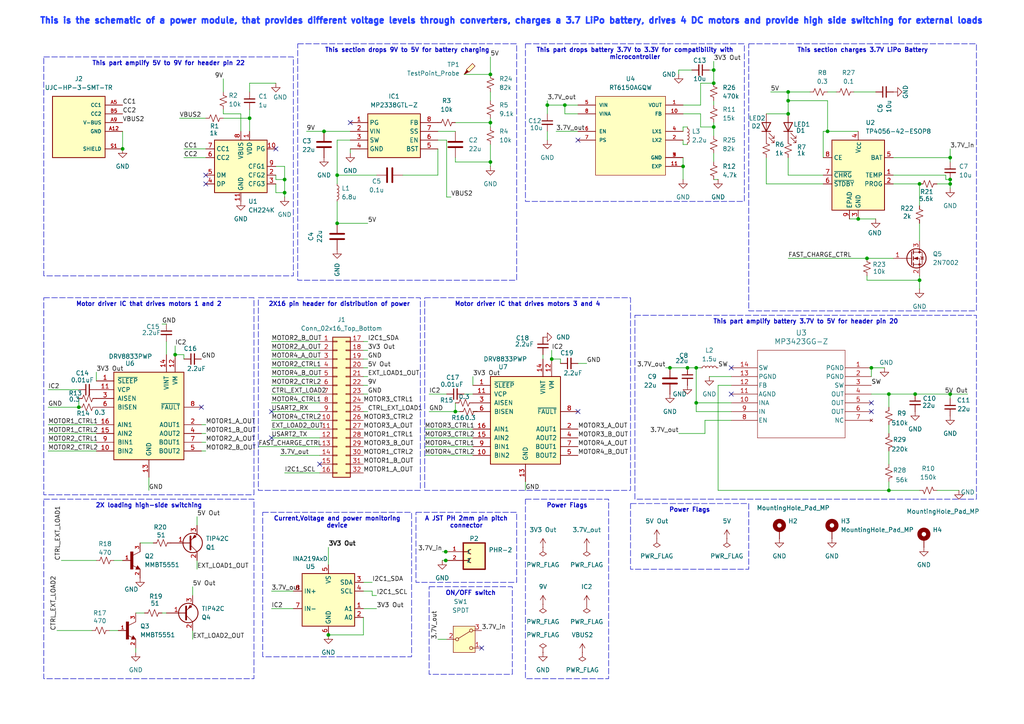
<source format=kicad_sch>
(kicad_sch (version 20250114) (generator "eeschema") (generator_version "9.0")
  (paper "A4")
  (title_block (title "EEE3088F_Micromouse_power_module") (date "2025-03-24") (rev "R5") (company "University of Cape Town") (comment 1 "Authors: Rasekoai Mokose and Innocent Mkhonta"))
  (text_box "Power Flags" (at 152.4 144.78 0) (size 24.13 52.07) (margins 0.9525 0.9525 0.9525 0.9525) (stroke (width 0) (type dash)) (effects (font (size 1.27 1.27) (thickness 0.254) (bold yes)) (justify top)))
  (text_box "This section charges 3.7V LiPo Battery" (at 217.17 12.7 0) (size 66.04 77.47) (margins 0.9525 0.9525 0.9525 0.9525) (stroke (width 0) (type dash)) (effects (font (size 1.27 1.27) (thickness 0.254) (bold yes)) (justify top)))
  (text_box "Motor driver IC that drives motors 3 and 4\n \n" (at 123.19 86.36 0) (size 59.69 55.88) (margins 0.9525 0.9525 0.9525 0.9525) (stroke (width 0) (type dash)) (effects (font (size 1.27 1.27) (thickness 0.254) (bold yes)) (justify top)))
  (text_box "This part amplify 5V to 9V for header pin 22\n\n" (at 12.7 16.51 0) (size 72.39 63.5) (margins 0.9525 0.9525 0.9525 0.9525) (stroke (width 0) (type dash)) (effects (font (size 1.27 1.27) (thickness 0.254) (bold yes)) (justify top)))
  (text_box "2X16 pin header for distribution of power" (at 74.93 86.36 0) (size 46.99 55.88) (margins 0.9525 0.9525 0.9525 0.9525) (stroke (width 0) (type dash)) (effects (font (size 1.27 1.27) (thickness 0.254) (bold yes)) (justify top)))
  (text_box "Motor driver IC that drives motors 1 and 2 \n" (at 12.7 86.36 0) (size 60.96 57.15) (margins 0.9525 0.9525 0.9525 0.9525) (stroke (width 0) (type dash)) (effects (font (size 1.27 1.27) (thickness 0.254) (bold yes)) (justify top)))
  (text_box "ON/OFF switch" (at 124.46 170.18 0) (size 24.13 25.4) (margins 0.9525 0.9525 0.9525 0.9525) (stroke (width 0) (type dash)) (effects (font (size 1.27 1.27) (thickness 0.254) (bold yes)) (justify top)))
  (text_box "A JST PH 2mm pin pitch connector" (at 120.65 148.59 0) (size 29.21 20.32) (margins 0.9525 0.9525 0.9525 0.9525) (stroke (width 0) (type dash)) (effects (font (size 1.27 1.27) (thickness 0.254) (bold yes)) (justify top)))
  (text_box "Current,Voltage and power monitoring device" (at 76.2 148.59 0) (size 43.18 41.91) (margins 0.9525 0.9525 0.9525 0.9525) (stroke (width 0) (type dash)) (effects (font (size 1.27 1.27) (thickness 0.254) (bold yes)) (justify top)))
  (text_box "This part drops battery 3.7V to 3.3V for compatibility with microcontroller\n" (at 152.4 12.7 0) (size 63.5 45.72) (margins 0.9525 0.9525 0.9525 0.9525) (stroke (width 0) (type dash)) (effects (font (size 1.27 1.27) (thickness 0.254) (bold yes)) (justify top)))
  (text_box "Power Flags\n" (at 182.88 146.05 0) (size 34.29 19.05) (margins 0.9525 0.9525 0.9525 0.9525) (stroke (width 0) (type dash)) (effects (font (size 1.27 1.27) (thickness 0.254) (bold yes)) (justify top)))
  (text_box "This part amplify battery 3.7V to 5V for header pin 20\n\n\n\n" (at 184.15 91.44 0) (size 99.06 53.34) (margins 0.9525 0.9525 0.9525 0.9525) (stroke (width 0) (type dash)) (effects (font (size 1.27 1.27) (thickness 0.254) (bold yes)) (justify top)))
  (text_box "This section drops 9V to 5V for battery charging\n\n" (at 86.36 12.7 0) (size 63.5 68.58) (margins 0.9525 0.9525 0.9525 0.9525) (stroke (width 0) (type dash)) (effects (font (size 1.27 1.27) (thickness 0.254) (bold yes)) (justify top)))
  (text_box "2X loading high-side switching " (at 12.7 144.78 0) (size 60.96 52.07) (margins 0.9525 0.9525 0.9525 0.9525) (stroke (width 0) (type dash)) (effects (font (size 1.27 1.27) (thickness 0.254) (bold yes)) (justify top)))
  (junction (at 201.93 106.68))
  (junction (at 95.25 184.15))
  (junction (at 35.56 43.18))
  (junction (at 248.92 63.5))
  (junction (at 266.7 53.34))
  (junction (at 207.01 36.83))
  (junction (at 158.75 30.48))
  (junction (at 194.31 106.68))
  (junction (at 251.46 74.93))
  (junction (at 228.6 33.02))
  (junction (at 266.7 81.28))
  (junction (at 22.86 118.11))
  (junction (at 198.12 48.26))
  (junction (at 82.55 52.07))
  (junction (at 275.59 52.07))
  (junction (at 275.59 53.34))
  (junction (at 132.08 119.38))
  (junction (at 93.98 38.1))
  (junction (at 72.39 34.29))
  (junction (at 207.01 24.13))
  (junction (at 142.24 35.56))
  (junction (at 97.79 64.77))
  (junction (at 201.93 116.84))
  (junction (at 240.03 38.1))
  (junction (at 50.8 102.87))
  (junction (at 207.01 20.32))
  (junction (at 228.6 26.67))
  (junction (at 228.6 29.21))
  (junction (at 275.59 45.72))
  (junction (at 199.39 106.68))
  (junction (at 252.73 106.68))
  (junction (at 129.286 162.56))
  (junction (at 257.81 114.3))
  (junction (at 82.55 55.88))
  (junction (at 160.02 104.14))
  (junction (at 257.81 142.24))
  (junction (at 142.24 21.59))
  (junction (at 275.59 114.3))
  (junction (at 129.286 160.02))
  (junction (at 265.43 114.3))
  (junction (at 97.79 50.8))
  (junction (at 163.83 30.48))
  (junction (at 142.24 46.99))
  (no_connect (at 167.64 119.38))
  (no_connect (at 252.73 116.84))
  (no_connect (at 139.7 187.96))
  (no_connect (at 59.69 53.34))
  (no_connect (at 78.74 127))
  (no_connect (at 80.01 43.18))
  (no_connect (at 167.64 40.64))
  (no_connect (at 212.09 106.68))
  (no_connect (at 101.6 35.56))
  (no_connect (at 212.09 114.3))
  (no_connect (at 59.69 50.8))
  (no_connect (at 92.71 134.62))
  (no_connect (at 78.74 119.38))
  (no_connect (at 252.73 119.38))
  (no_connect (at 58.42 118.11))
  (wire (pts (xy 228.6 29.21) (xy 228.6 33.02)))
  (wire (pts (xy 48.26 99.06) (xy 48.26 102.87)))
  (wire (pts (xy 80.01 48.26) (xy 82.55 48.26)))
  (wire (pts (xy 167.64 105.41) (xy 170.18 105.41)))
  (wire (pts (xy 53.34 102.87) (xy 53.34 104.14)))
  (wire (pts (xy 69.85 33.02) (xy 69.85 38.1)))
  (wire (pts (xy 203.2 30.48) (xy 203.2 24.13)))
  (wire (pts (xy 123.19 127) (xy 137.16 127)))
  (wire (pts (xy 208.28 111.76) (xy 208.28 142.24)))
  (wire (pts (xy 275.59 114.3) (xy 265.43 114.3)))
  (wire (pts (xy 109.22 172.72) (xy 107.95 172.72)))
  (wire (pts (xy 106.68 99.06) (xy 105.41 99.06)))
  (wire (pts (xy 59.69 130.81) (xy 58.42 130.81)))
  (wire (pts (xy 271.78 142.24) (xy 278.13 142.24)))
  (wire (pts (xy 129.286 162.56) (xy 129.54 162.56)))
  (wire (pts (xy 97.79 40.64) (xy 97.79 50.8)))
  (wire (pts (xy 160.02 104.14) (xy 162.56 104.14)))
  (wire (pts (xy 46.99 93.98) (xy 48.26 93.98)))
  (wire (pts (xy 251.46 74.93) (xy 259.08 74.93)))
  (wire (pts (xy 33.02 162.56) (xy 35.56 162.56)))
  (wire (pts (xy 78.74 121.92) (xy 92.71 121.92)))
  (wire (pts (xy 78.74 104.14) (xy 92.71 104.14)))
  (wire (pts (xy 275.59 45.72) (xy 275.59 46.99)))
  (wire (pts (xy 106.68 104.14) (xy 105.41 104.14)))
  (wire (pts (xy 207.01 36.83) (xy 207.01 39.37)))
  (wire (pts (xy 238.76 50.8) (xy 228.6 50.8)))
  (wire (pts (xy 97.79 58.42) (xy 97.79 64.77)))
  (wire (pts (xy 129.54 40.64) (xy 129.54 57.15)))
  (wire (pts (xy 53.34 45.72) (xy 59.69 45.72)))
  (wire (pts (xy 274.32 50.8) (xy 259.08 50.8)))
  (wire (pts (xy 109.22 176.53) (xy 105.41 176.53)))
  (wire (pts (xy 16.51 182.88) (xy 26.67 182.88)))
  (wire (pts (xy 127 185.42) (xy 129.54 185.42)))
  (wire (pts (xy 257.81 114.3) (xy 252.73 114.3)))
  (wire (pts (xy 64.77 33.02) (xy 64.77 31.75)))
  (wire (pts (xy 248.92 38.1) (xy 240.03 38.1)))
  (wire (pts (xy 13.97 128.27) (xy 27.94 128.27)))
  (wire (pts (xy 127 40.64) (xy 129.54 40.64)))
  (wire (pts (xy 248.92 63.5) (xy 246.38 63.5)))
  (wire (pts (xy 88.9 38.1) (xy 93.98 38.1)))
  (wire (pts (xy 59.69 123.19) (xy 58.42 123.19)))
  (wire (pts (xy 199.39 106.68) (xy 194.31 106.68)))
  (wire (pts (xy 254 63.5) (xy 248.92 63.5)))
  (wire (pts (xy 80.01 52.07) (xy 82.55 52.07)))
  (wire (pts (xy 39.37 189.23) (xy 39.37 187.96)))
  (wire (pts (xy 152.4 142.24) (xy 152.4 139.7)))
  (wire (pts (xy 142.24 46.99) (xy 142.24 41.91)))
  (wire (pts (xy 196.85 20.32) (xy 196.85 21.59)))
  (wire (pts (xy 127 50.8) (xy 127 43.18)))
  (wire (pts (xy 228.6 45.72) (xy 228.6 50.8)))
  (wire (pts (xy 212.09 119.38) (xy 201.93 119.38)))
  (wire (pts (xy 132.08 46.99) (xy 142.24 46.99)))
  (wire (pts (xy 222.25 33.02) (xy 228.6 33.02)))
  (wire (pts (xy 257.81 142.24) (xy 266.7 142.24)))
  (wire (pts (xy 142.24 16.51) (xy 142.24 21.59)))
  (wire (pts (xy 93.98 38.1) (xy 101.6 38.1)))
  (wire (pts (xy 212.09 111.76) (xy 208.28 111.76)))
  (wire (pts (xy 207.01 44.45) (xy 207.01 46.99)))
  (wire (pts (xy 128.27 162.56) (xy 129.286 162.56)))
  (wire (pts (xy 106.68 106.68) (xy 105.41 106.68)))
  (wire (pts (xy 78.74 114.3) (xy 92.71 114.3)))
  (wire (pts (xy 198.12 40.64) (xy 198.12 41.91)))
  (wire (pts (xy 158.75 30.48) (xy 163.83 30.48)))
  (wire (pts (xy 252.73 106.68) (xy 252.73 109.22)))
  (wire (pts (xy 201.93 116.84) (xy 201.93 119.38)))
  (wire (pts (xy 240.03 26.67) (xy 242.57 26.67)))
  (wire (pts (xy 203.2 24.13) (xy 207.01 24.13)))
  (wire (pts (xy 64.77 22.86) (xy 64.77 26.67)))
  (wire (pts (xy 201.93 106.68) (xy 199.39 106.68)))
  (wire (pts (xy 116.84 50.8) (xy 127 50.8)))
  (wire (pts (xy 160.02 101.6) (xy 160.02 104.14)))
  (wire (pts (xy 205.74 20.32) (xy 207.01 20.32)))
  (wire (pts (xy 204.47 121.92) (xy 212.09 121.92)))
  (wire (pts (xy 257.81 139.7) (xy 257.81 142.24)))
  (wire (pts (xy 157.48 102.87) (xy 157.48 104.14)))
  (wire (pts (xy 274.32 52.07) (xy 275.59 52.07)))
  (wire (pts (xy 78.74 171.45) (xy 85.09 171.45)))
  (wire (pts (xy 234.95 26.67) (xy 228.6 26.67)))
  (wire (pts (xy 78.74 127) (xy 92.71 127)))
  (wire (pts (xy 204.47 125.73) (xy 204.47 121.92)))
  (wire (pts (xy 27.94 107.95) (xy 27.94 110.49)))
  (wire (pts (xy 266.7 81.28) (xy 266.7 83.82)))
  (wire (pts (xy 72.39 38.1) (xy 72.39 34.29)))
  (wire (pts (xy 198.12 36.83) (xy 198.12 38.1)))
  (wire (pts (xy 259.08 53.34) (xy 266.7 53.34)))
  (wire (pts (xy 57.15 165.1) (xy 57.15 162.56)))
  (wire (pts (xy 35.56 38.1) (xy 35.56 43.18)))
  (wire (pts (xy 203.2 106.68) (xy 201.93 106.68)))
  (wire (pts (xy 52.07 34.29) (xy 59.69 34.29)))
  (wire (pts (xy 101.6 40.64) (xy 97.79 40.64)))
  (wire (pts (xy 201.93 106.68) (xy 201.93 116.84)))
  (wire (pts (xy 163.83 30.48) (xy 167.64 30.48)))
  (wire (pts (xy 80.01 50.8) (xy 80.01 52.07)))
  (wire (pts (xy 158.75 29.21) (xy 158.75 30.48)))
  (wire (pts (xy 198.12 33.02) (xy 203.2 33.02)))
  (wire (pts (xy 207.01 35.56) (xy 207.01 36.83)))
  (wire (pts (xy 107.95 168.91) (xy 105.41 168.91)))
  (wire (pts (xy 203.2 33.02) (xy 203.2 36.83)))
  (wire (pts (xy 240.03 38.1) (xy 240.03 29.21)))
  (wire (pts (xy 59.69 125.73) (xy 58.42 125.73)))
  (wire (pts (xy 13.97 130.81) (xy 27.94 130.81)))
  (wire (pts (xy 238.76 45.72) (xy 238.76 38.1)))
  (wire (pts (xy 275.59 115.57) (xy 275.59 114.3)))
  (wire (pts (xy 223.52 26.67) (xy 228.6 26.67)))
  (wire (pts (xy 256.54 106.68) (xy 252.73 106.68)))
  (wire (pts (xy 43.18 138.43) (xy 43.18 142.24)))
  (wire (pts (xy 101.6 44.45) (xy 101.6 43.18)))
  (wire (pts (xy 274.32 52.07) (xy 274.32 50.8)))
  (wire (pts (xy 97.79 50.8) (xy 109.22 50.8)))
  (wire (pts (xy 123.19 132.08) (xy 137.16 132.08)))
  (wire (pts (xy 123.19 129.54) (xy 137.16 129.54)))
  (wire (pts (xy 105.41 179.07) (xy 105.41 184.15)))
  (wire (pts (xy 106.68 119.38) (xy 105.41 119.38)))
  (wire (pts (xy 72.39 31.75) (xy 72.39 34.29)))
  (wire (pts (xy 142.24 34.29) (xy 142.24 35.56)))
  (wire (pts (xy 78.74 124.46) (xy 92.71 124.46)))
  (wire (pts (xy 196.85 125.73) (xy 204.47 125.73)))
  (wire (pts (xy 106.68 111.76) (xy 105.41 111.76)))
  (wire (pts (xy 95.25 158.75) (xy 95.25 163.83)))
  (wire (pts (xy 257.81 130.81) (xy 257.81 134.62)))
  (wire (pts (xy 271.78 53.34) (xy 275.59 53.34)))
  (wire (pts (xy 132.08 116.84) (xy 132.08 119.38)))
  (wire (pts (xy 238.76 53.34) (xy 222.25 53.34)))
  (wire (pts (xy 212.09 116.84) (xy 201.93 116.84)))
  (wire (pts (xy 198.12 52.07) (xy 198.12 48.26)))
  (wire (pts (xy 199.39 36.83) (xy 198.12 36.83)))
  (wire (pts (xy 203.2 36.83) (xy 207.01 36.83)))
  (wire (pts (xy 106.68 109.22) (xy 105.41 109.22)))
  (wire (pts (xy 134.62 114.3) (xy 137.16 114.3)))
  (wire (pts (xy 142.24 26.67) (xy 142.24 29.21)))
  (wire (pts (xy 17.78 162.56) (xy 27.94 162.56)))
  (wire (pts (xy 207.01 20.32) (xy 207.01 24.13)))
  (wire (pts (xy 207.01 29.21) (xy 207.01 30.48)))
  (wire (pts (xy 142.24 48.26) (xy 142.24 46.99)))
  (wire (pts (xy 275.59 52.07) (xy 275.59 53.34)))
  (wire (pts (xy 129.286 160.02) (xy 129.54 160.02)))
  (wire (pts (xy 199.39 41.91) (xy 198.12 41.91)))
  (wire (pts (xy 240.03 29.21) (xy 228.6 29.21)))
  (wire (pts (xy 138.43 119.38) (xy 137.16 119.38)))
  (wire (pts (xy 78.74 119.38) (xy 92.71 119.38)))
  (wire (pts (xy 128.27 160.02) (xy 129.286 160.02)))
  (wire (pts (xy 167.64 33.02) (xy 163.83 33.02)))
  (wire (pts (xy 162.56 104.14) (xy 162.56 105.41)))
  (wire (pts (xy 82.55 48.26) (xy 82.55 52.07)))
  (wire (pts (xy 72.39 24.13) (xy 80.01 24.13)))
  (wire (pts (xy 106.68 101.6) (xy 105.41 101.6)))
  (wire (pts (xy 257.81 125.73) (xy 257.81 123.19)))
  (wire (pts (xy 275.59 45.72) (xy 259.08 45.72)))
  (wire (pts (xy 127 38.1) (xy 132.08 38.1)))
  (wire (pts (xy 78.74 116.84) (xy 92.71 116.84)))
  (wire (pts (xy 13.97 123.19) (xy 27.94 123.19)))
  (wire (pts (xy 80.01 53.34) (xy 80.01 55.88)))
  (wire (pts (xy 31.75 182.88) (xy 34.29 182.88)))
  (wire (pts (xy 80.01 55.88) (xy 82.55 55.88)))
  (wire (pts (xy 275.59 53.34) (xy 275.59 54.61)))
  (wire (pts (xy 238.76 38.1) (xy 240.03 38.1)))
  (wire (pts (xy 247.65 26.67) (xy 254 26.67)))
  (wire (pts (xy 78.74 99.06) (xy 92.71 99.06)))
  (wire (pts (xy 50.8 102.87) (xy 53.34 102.87)))
  (wire (pts (xy 207.01 17.78) (xy 207.01 20.32)))
  (wire (pts (xy 78.74 106.68) (xy 92.71 106.68)))
  (wire (pts (xy 64.77 33.02) (xy 69.85 33.02)))
  (wire (pts (xy 266.7 80.01) (xy 266.7 81.28)))
  (wire (pts (xy 196.85 20.32) (xy 200.66 20.32)))
  (wire (pts (xy 158.75 33.02) (xy 158.75 30.48)))
  (wire (pts (xy 275.59 43.18) (xy 275.59 45.72)))
  (wire (pts (xy 257.81 118.11) (xy 257.81 114.3)))
  (wire (pts (xy 78.74 176.53) (xy 85.09 176.53)))
  (wire (pts (xy 132.08 45.72) (xy 132.08 46.99)))
  (wire (pts (xy 129.54 57.15) (xy 130.81 57.15)))
  (wire (pts (xy 207.01 52.07) (xy 208.28 52.07)))
  (wire (pts (xy 82.55 57.15) (xy 82.55 55.88)))
  (wire (pts (xy 228.6 74.93) (xy 251.46 74.93)))
  (wire (pts (xy 82.55 52.07) (xy 82.55 55.88)))
  (wire (pts (xy 280.67 114.3) (xy 275.59 114.3)))
  (wire (pts (xy 123.19 124.46) (xy 137.16 124.46)))
  (wire (pts (xy 134.62 21.59) (xy 142.24 21.59)))
  (wire (pts (xy 55.88 185.42) (xy 55.88 182.88)))
  (wire (pts (xy 53.34 43.18) (xy 59.69 43.18)))
  (wire (pts (xy 78.74 111.76) (xy 92.71 111.76)))
  (wire (pts (xy 163.83 30.48) (xy 163.83 33.02)))
  (wire (pts (xy 266.7 53.34) (xy 266.7 59.69)))
  (wire (pts (xy 198.12 48.26) (xy 198.12 45.72)))
  (wire (pts (xy 50.8 100.33) (xy 50.8 102.87)))
  (wire (pts (xy 194.31 106.68) (xy 193.04 106.68)))
  (wire (pts (xy 40.64 157.48) (xy 44.45 157.48)))
  (wire (pts (xy 72.39 24.13) (xy 72.39 26.67)))
  (wire (pts (xy 64.77 34.29) (xy 72.39 34.29)))
  (wire (pts (xy 208.28 142.24) (xy 257.81 142.24)))
  (wire (pts (xy 205.74 109.22) (xy 212.09 109.22)))
  (wire (pts (xy 59.69 128.27) (xy 58.42 128.27)))
  (wire (pts (xy 124.46 119.38) (xy 132.08 119.38)))
  (wire (pts (xy 107.95 171.45) (xy 105.41 171.45)))
  (wire (pts (xy 78.74 109.22) (xy 92.71 109.22)))
  (wire (pts (xy 158.75 38.1) (xy 158.75 40.64)))
  (wire (pts (xy 95.25 184.15) (xy 105.41 184.15)))
  (wire (pts (xy 78.74 101.6) (xy 92.71 101.6)))
  (wire (pts (xy 265.43 114.3) (xy 257.81 114.3)))
  (wire (pts (xy 142.24 35.56) (xy 142.24 36.83)))
  (wire (pts (xy 82.55 137.16) (xy 92.71 137.16)))
  (wire (pts (xy 74.93 129.54) (xy 92.71 129.54)))
  (wire (pts (xy 133.35 119.38) (xy 132.08 119.38)))
  (wire (pts (xy 13.97 118.11) (xy 22.86 118.11)))
  (wire (pts (xy 13.97 113.03) (xy 22.86 113.03)))
  (wire (pts (xy 13.97 125.73) (xy 27.94 125.73)))
  (wire (pts (xy 57.15 149.86) (xy 57.15 152.4)))
  (wire (pts (xy 55.88 170.18) (xy 55.88 172.72)))
  (wire (pts (xy 132.08 35.56) (xy 142.24 35.56)))
  (wire (pts (xy 107.95 172.72) (xy 107.95 171.45)))
  (wire (pts (xy 97.79 50.8) (xy 97.79 53.34)))
  (wire (pts (xy 137.16 109.22) (xy 137.16 111.76)))
  (wire (pts (xy 22.86 115.57) (xy 22.86 118.11)))
  (wire (pts (xy 198.12 30.48) (xy 203.2 30.48)))
  (wire (pts (xy 39.37 177.8) (xy 41.91 177.8)))
  (wire (pts (xy 161.29 38.1) (xy 167.64 38.1)))
  (wire (pts (xy 251.46 81.28) (xy 266.7 81.28)))
  (wire (pts (xy 251.46 80.01) (xy 251.46 81.28)))
  (wire (pts (xy 48.26 177.8) (xy 46.99 177.8)))
  (wire (pts (xy 106.68 114.3) (xy 105.41 114.3)))
  (wire (pts (xy 228.6 26.67) (xy 228.6 29.21)))
  (wire (pts (xy 124.46 114.3) (xy 129.54 114.3)))
  (wire (pts (xy 222.25 45.72) (xy 222.25 53.34)))
  (wire (pts (xy 81.28 132.08) (xy 92.71 132.08)))
  (wire (pts (xy 106.68 64.77) (xy 97.79 64.77)))
  (wire (pts (xy 266.7 69.85) (xy 266.7 64.77)))
  (label "3.7V_out" (at 196.85 125.73 180))
  (label "CC1" (at 35.56 30.48 0))
  (label "CC2" (at 53.34 45.72 0))
  (label "MOTOR4_A_OUT" (at 167.64 129.54 0))
  (label "9V" (at 64.77 22.86 180))
  (label "5V Out" (at 106.68 106.68 0))
  (label "3V3 Out" (at 109.22 176.53 0) (effects (font (thickness 0.1588))))
  (label "EXT_LOAD2_OUT" (at 55.88 185.42 0))
  (label "GND" (at 46.99 93.98 0))
  (label "CTRL_EXT_LOAD2" (at 78.74 114.3 0))
  (label "MOTOR2_CTRL2" (at 78.74 111.76 0))
  (label "SW" (at 252.73 111.76 0))
  (label "5V" (at 142.24 16.51 0))
  (label "MOTOR4_CTRL2" (at 123.19 132.08 0))
  (label "MOTOR3_B_OUT" (at 105.41 129.54 0))
  (label "MOTOR2_CTRL1" (at 78.74 106.68 0))
  (label "CTRL_EXT_LOAD1" (at 106.68 119.38 0))
  (label "3.7V_in" (at 275.59 43.18 0))
  (label "MOTOR3_CTRL1" (at 123.19 124.46 0))
  (label "I2C1_SCL" (at 82.55 137.16 0))
  (label "3.7V_in" (at 139.7 182.88 0))
  (label "3V3 Out" (at 106.68 101.6 0))
  (label "FAST_CHARGE_CTRL" (at 74.93 129.54 0))
  (label "MOTOR4_B_OUT" (at 167.64 132.08 0))
  (label "GND" (at 152.4 142.24 0))
  (label "CC1" (at 53.34 43.18 0))
  (label "USART2_RX" (at 78.74 119.38 0))
  (label "MOTOR1_A_OUT" (at 105.41 137.16 0))
  (label "MOTOR2_B_OUT" (at 78.74 99.06 0))
  (label "IC2" (at 50.8 100.33 0))
  (label "MOTOR3_B_OUT" (at 167.64 127 0))
  (label "I2C1_SCL" (at 109.22 172.72 0))
  (label "MOTOR1_CTRL2" (at 105.41 132.08 0))
  (label "USART2_TX" (at 78.74 127 0))
  (label "3.7V_out" (at 161.29 38.1 0))
  (label "MOTOR1_CTRL2" (at 13.97 125.73 0))
  (label "5V Out" (at 280.67 114.3 180))
  (label "9V" (at 88.9 38.1 0))
  (label "CTRL_EXT_LOAD2" (at 16.51 182.88 90))
  (label "MOTOR4_CTRL1" (at 123.19 129.54 0))
  (label "VBUS2" (at 52.07 34.29 0))
  (label "MOTOR2_A_OUT" (at 78.74 101.6 0))
  (label "GND" (at 124.46 119.38 0))
  (label "3.7V_out" (at 78.74 171.45 0) (effects (font (thickness 0.1588))))
  (label "3.7V_out" (at 158.75 29.21 0))
  (label "MOTOR2_CTRL2" (at 13.97 130.81 0))
  (label "EXT_LOAD1_OUT" (at 106.68 109.22 0))
  (label "MOTOR3_CTRL1" (at 105.41 116.84 0))
  (label "I2C1_SDA" (at 107.95 168.91 0))
  (label "IC2" (at 124.46 114.3 0))
  (label "MOTOR3_A_OUT" (at 105.41 124.46 0))
  (label "EXT_LOAD2_OUT" (at 78.74 124.46 0))
  (label "MOTOR4_B_OUT" (at 78.74 109.22 0))
  (label "GND" (at 170.18 105.41 0))
  (label "MOTOR4_CTRL1" (at 78.74 116.84 0))
  (label "3V3 Out" (at 27.94 107.95 0))
  (label "CC2" (at 35.56 33.02 0))
  (label "9V" (at 106.68 111.76 0))
  (label "3.7V_in" (at 128.27 160.02 180))
  (label "3V3 Out" (at 207.01 17.78 0))
  (label "MOTOR2_A_OUT" (at 59.69 128.27 0))
  (label "3.7V_out" (at 127 185.42 90))
  (label "5V" (at 106.68 64.77 0))
  (label "5V Out" (at 57.15 149.86 0))
  (label "MOTOR3_CTRL2" (at 105.41 121.92 0))
  (label "VBUS2" (at 130.81 57.15 0))
  (label "IC2" (at 160.02 101.6 0))
  (label "IC2" (at 13.97 113.03 0))
  (label "MOTOR1_B_OUT" (at 59.69 125.73 0))
  (label "MOTOR2_CTRL1" (at 13.97 128.27 0))
  (label "IC2" (at 78.74 176.53 0))
  (label "GND" (at 43.18 142.24 0))
  (label "VBUS2" (at 35.56 35.56 0))
  (label "GND" (at 58.42 104.14 0))
  (label "SW" (at 208.28 106.68 0))
  (label "GND" (at 106.68 104.14 0))
  (label "MOTOR3_A_OUT" (at 167.64 124.46 0))
  (label "This is the schematic of a power module, that provides different voltage levels through converters, charges a 3.7 LiPo battery, drives 4 DC motors and provide high side switching for external loads" (at 11.43 7.62 0) (effects (font (size 1.778 1.778) (thickness 0.508) (bold yes))))
  (label "GND" (at 13.97 118.11 0))
  (label "MOTOR3_CTRL2" (at 123.19 127 0))
  (label "MOTOR1_A_OUT" (at 59.69 123.19 0))
  (label "GND" (at 106.68 114.3 0))
  (label "5V" (at 223.52 26.67 0))
  (label "CTRL_EXT_LOAD1" (at 17.78 162.56 90))
  (label "5V Out" (at 55.88 170.18 0))
  (label "3V3 Out" (at 137.16 109.22 0))
  (label "MOTOR2_B_OUT" (at 59.69 130.81 0))
  (label "EXT_LOAD1_OUT" (at 57.15 165.1 0))
  (label "MOTOR4_CTRL2" (at 78.74 121.92 0))
  (label "3.7V_out" (at 193.04 106.68 180))
  (label "MOTOR1_CTRL1" (at 105.41 127 0))
  (label "I2C1_SDA" (at 106.68 99.06 0))
  (label "FAST_CHARGE_CTRL" (at 228.6 74.93 0))
  (label "3V3 Out" (at 95.25 158.75 0) (effects (font (bold yes))))
  (label "3.7V_out" (at 81.28 132.08 0))
  (label "MOTOR1_CTRL1" (at 13.97 123.19 0))
  (label "MOTOR1_B_OUT" (at 105.41 134.62 0))
  (label "MOTOR4_A_OUT" (at 78.74 104.14 0))
  (symbol (lib_id "Device:R_Small_US") (at 245.11 26.67 270) (unit 1)
    (property "Reference" "R27" (at 246.126 21.082 90))
    (property "Value" "0.1" (at 246.126 23.622 90))
    (property "Footprint" "Resistor_SMD:R_1206_3216Metric" (effects (hide yes)))
    (property "Description" "Resistor, small US symbol" (effects (hide yes)))
  )
  (symbol (lib_id "Device:C_Small") (at 72.39 29.21 0) (unit 1)
    (property "Reference" "C1" (at 74.93 27.9462 0) (effects (justify left)))
    (property "Value" "1u" (at 74.93 30.4862 0) (effects (justify left)))
    (property "Footprint" "Capacitor_SMD:C_0402_1005Metric" (effects (hide yes)))
    (property "Description" "Unpolarized capacitor, small symbol" (effects (hide yes)))
  )
  (symbol (lib_id "Battery_Management:TP4056-42-ESOP8") (at 248.92 50.8 0) (unit 1)
    (property "Reference" "U2" (at 251.0633 35.56 0) (effects (justify left)))
    (property "Value" "TP4056-42-ESOP8" (at 251.0633 38.1 0) (effects (justify left)))
    (property "Footprint" "Package_SO:SOIC-8-1EP_3.9x4.9mm_P1.27mm_EP2.41x3.3mm_ThermalVias" (effects (hide yes)))
    (property "Datasheet" "https://www.lcsc.com/datasheet/lcsc_datasheet_2410121619_TOPPOWER-Nanjing-Extension-Microelectronics-TP4056-42-ESOP8_C16581.pdf" (effects (hide yes)))
    (property "Description" "1A Standalone Linear Li-ion/LiPo single-cell battery charger, 4.2V ±1% charge voltage, VCC = 4.0..8.0V, SOIC-8 (SOP-8)" (effects (hide yes)))
  )
  (symbol (lib_id "MMBT5551:MMBT5551") (at 36.83 182.88 0) (unit 1)
    (property "Reference" "Q3" (at 40.64 181.6099 0) (effects (justify left)))
    (property "Value" "MMBT5551" (at 40.64 184.1499 0) (effects (justify left)))
    (property "Footprint" "MMBT5551:SOT23-3" (effects (hide yes)))
    (property "DigiKey_Part_Number" "2156-MMBT5551-ND" (effects (hide yes)))
    (property "SnapEDA_Link" "https://www.snapeda.com/parts/MMBT5551/Fairchild+Imaging/view-part/?ref=snap" (effects (hide yes)))
    (property "Description_1" "This device is designed for general purpose high voltage amplifiers and gas discharge display drivers." (effects (hide yes)))
    (property "Package" "SOT-23-3 Fairchild Semiconductor" (effects (hide yes)))
    (property "BASIC_PART" "YES" (effects (hide yes)))
    (property "MF" "Fairchild Semiconductor" (effects (hide yes)))
    (property "MP" "MMBT5551" (effects (hide yes)))
    (property "Check_prices" "https://www.snapeda.com/parts/MMBT5551/Fairchild+Imaging/view-part/?ref=eda" (effects (hide yes)))
  )
  (symbol (lib_id "Device:C_Small") (at 165.1 105.41 90) (unit 1)
    (property "Reference" "C19" (at 166.37 102.362 90) (effects (justify left)))
    (property "Value" "2.2uF" (at 168.91 108.204 90) (effects (justify left)))
    (property "Footprint" "Capacitor_SMD:C_1206_3216Metric" (effects (hide yes)))
    (property "Description" "Unpolarized capacitor, small symbol" (effects (hide yes)))
  )
  (symbol (lib_id "PHR-2:PHR-2") (at 138.43 161.29 0) (unit 1)
    (property "Reference" "P2" (at 136.144 156.21 0) (effects (justify left)))
    (property "Value" "PHR-2" (at 141.732 159.512 0) (effects (justify left)))
    (property "Footprint" "PHR-2:JST_PHR-2" (effects (hide yes)))
    (property "MF" "JST Sales" (effects (hide yes)))
    (property "Description_1" "2 Rectangular Connectors - Housings Receptacle Natural 0.079 (2.00mm)" (effects (hide yes)))
    (property "Package" "Custom Package JST Sales" (effects (hide yes)))
    (property "Price" "None" (effects (hide yes)))
    (property "Check_prices" "https://www.snapeda.com/parts/PHR-2/JST/view-part/?ref=eda" (effects (hide yes)))
    (property "SnapEDA_Link" "https://www.snapeda.com/parts/PHR-2/JST/view-part/?ref=snap" (effects (hide yes)))
    (property "MP" "PHR-2" (effects (hide yes)))
    (property "Availability" "In Stock" (effects (hide yes)))
    (property "MANUFACTURER" "JST" (effects (hide yes)))
  )
  (symbol (lib_id "Device:C") (at 132.08 41.91 0) (unit 1)
    (property "Reference" "C2" (at 135.89 40.6399 0) (effects (justify left)))
    (property "Value" "22u" (at 135.89 43.1799 0) (effects (justify left)))
    (property "Footprint" "Capacitor_SMD:C_1206_3216Metric" (effects (hide yes)))
    (property "Description" "Unpolarized capacitor" (effects (hide yes)))
  )
  (symbol (lib_id "Device:C_Small") (at 158.75 35.56 0) (unit 1)
    (property "Reference" "C12" (at 153.162 35.052 0) (effects (justify left)))
    (property "Value" "10u" (at 153.67 37.084 0) (effects (justify left)))
    (property "Footprint" "Capacitor_SMD:C_0805_2012Metric" (effects (hide yes)))
    (property "Description" "Unpolarized capacitor, small symbol" (effects (hide yes)))
  )
  (symbol (lib_id "Interface_USB:CH224K") (at 69.85 48.26 0) (unit 1)
    (property "Reference" "U1" (at 71.9933 58.42 0) (effects (justify left)))
    (property "Value" "CH224K" (at 71.9933 60.96 0) (effects (justify left)))
    (property "Footprint" "Package_SO:SSOP-10-1EP_3.9x4.9mm_P1mm_EP2.1x3.3mm" (effects (hide yes)))
    (property "Datasheet" "https://www.wch.cn/downloads/file/301.html" (effects (hide yes)))
    (property "Description" "100W USB Type-C PD3.0/2.0, BC1.2 Sink Controller, SSOP-10" (effects (hide yes)))
  )
  (symbol (lib_id "power:GND") (at 254 63.5 0) (unit 1)
    (property "Reference" "#PWR011" (effects (hide yes)))
    (property "Value" "GND" (at 253.746 67.564 0))
    (property "Description" "Power symbol creates a global label with name \"GND\" , ground" (effects (hide yes)))
  )
  (symbol (lib_id "power:PWR_FLAG") (at 157.48 189.23 0) (unit 1)
    (property "Reference" "#FLG01" (effects (hide yes)))
    (property "Value" "PWR_FLAG" (at 157.48 184.15 0))
    (property "Description" "Special symbol for telling ERC where power comes from" (effects (hide yes)))
  )
  (symbol (lib_id "Device:R_Small_US") (at 46.99 157.48 90) (unit 1)
    (property "Reference" "R20" (at 46.482 152.908 90))
    (property "Value" "51" (at 46.736 155.194 90))
    (property "Footprint" "Resistor_SMD:R_0805_2012Metric" (effects (hide yes)))
    (property "Description" "Resistor, small US symbol" (effects (hide yes)))
  )
  (symbol (lib_id "Device:R_Small_US") (at 222.25 43.18 0) (unit 1)
    (property "Reference" "R6" (at 224.79 41.9099 0) (effects (justify left)))
    (property "Value" "1k" (at 224.79 44.4499 0) (effects (justify left)))
    (property "Footprint" "Resistor_SMD:R_0805_2012Metric" (effects (hide yes)))
    (property "Description" "Resistor, small US symbol" (effects (hide yes)))
  )
  (symbol (lib_id "power:PWR_FLAG") (at 168.91 189.23 180) (unit 1)
    (property "Reference" "#FLG06" (effects (hide yes)))
    (property "Value" "PWR_FLAG" (at 168.91 194.31 0))
    (property "Description" "Special symbol for telling ERC where power comes from" (effects (hide yes)))
  )
  (symbol (lib_id "power:GND") (at 278.13 142.24 0) (mirror y) (unit 1)
    (property "Reference" "#PWR018" (effects (hide yes)))
    (property "Value" "GND" (at 280.67 142.748 0))
    (property "Description" "Power symbol creates a global label with name \"GND\" , ground" (effects (hide yes)))
  )
  (symbol (lib_id "power:GND") (at 80.01 24.13 0) (mirror y) (unit 1)
    (property "Reference" "#PWR02" (effects (hide yes)))
    (property "Value" "GND" (at 81.28 28.194 0))
    (property "Description" "Power symbol creates a global label with name \"GND\" , ground" (effects (hide yes)))
  )
  (symbol (lib_id "power:GND") (at 241.3 156.21 0) (mirror y) (unit 1)
    (property "Reference" "#PWR040" (effects (hide yes)))
    (property "Value" "GND" (at 241.3 161.29 0))
    (property "Description" "Power symbol creates a global label with name \"GND\" , ground" (effects (hide yes)))
  )
  (symbol (lib_id "Transistor_FET:2N7002") (at 264.16 74.93 0) (unit 1)
    (property "Reference" "Q5" (at 270.51 73.6599 0) (effects (justify left)))
    (property "Value" "2N7002" (at 270.51 76.1999 0) (effects (justify left)))
    (property "Footprint" "Package_TO_SOT_SMD:SOT-23" (effects (hide yes)))
    (property "Datasheet" "https://www.onsemi.com/pub/Collateral/NDS7002A-D.PDF" (effects (hide yes)))
    (property "Description" "0.115A Id, 60V Vds, N-Channel MOSFET, SOT-23" (effects (hide yes)))
  )
  (symbol (lib_id "Device:R_Small_US") (at 269.24 53.34 90) (unit 1)
    (property "Reference" "R21" (at 270.764 55.626 90) (effects (justify left)))
    (property "Value" "5.6k" (at 270.764 57.658 90) (effects (justify left)))
    (property "Footprint" "Resistor_SMD:R_0805_2012Metric" (effects (hide yes)))
    (property "Description" "Resistor, small US symbol" (effects (hide yes)))
  )
  (symbol (lib_id "power:GND") (at 194.31 114.3 0) (mirror y) (unit 1)
    (property "Reference" "#PWR015" (effects (hide yes)))
    (property "Value" "GND" (at 194.31 119.38 0))
    (property "Description" "Power symbol creates a global label with name \"GND\" , ground" (effects (hide yes)))
  )
  (symbol (lib_id "Device:C") (at 93.98 41.91 0) (unit 1)
    (property "Reference" "C3" (at 87.63 40.894 0) (effects (justify left)))
    (property "Value" "22u" (at 87.63 43.434 0) (effects (justify left)))
    (property "Footprint" "Capacitor_SMD:C_1206_3216Metric" (effects (hide yes)))
    (property "Description" "Unpolarized capacitor" (effects (hide yes)))
  )
  (symbol (lib_id "Sensor_Energy:INA219AxD") (at 95.25 173.99 0) (unit 1)
    (property "Reference" "U5" (at 88.646 164.338 0) (effects (justify left)))
    (property "Value" "INA219AxD" (at 84.836 162.052 0) (effects (justify left)))
    (property "Footprint" "Package_SO:SOIC-8_3.9x4.9mm_P1.27mm" (effects (hide yes)))
    (property "Datasheet" "http://www.ti.com/lit/ds/symlink/ina219.pdf" (effects (hide yes)))
    (property "Description" "Zero-Drift, Bidirectional Current/Power Monitor (0-26V) With I2C Interface, SOIC-8" (effects (hide yes)))
  )
  (symbol (lib_id "Device:R_Small_US") (at 269.24 142.24 90) (mirror x) (unit 1)
    (property "Reference" "R10" (at 269.24 135.89 90))
    (property "Value" "150k" (at 269.24 138.43 90))
    (property "Footprint" "Resistor_SMD:R_0805_2012Metric" (effects (hide yes)))
    (property "Description" "Resistor, small US symbol" (effects (hide yes)))
  )
  (symbol (lib_id "Device:R_Small_US") (at 142.24 24.13 0) (unit 1)
    (property "Reference" "R24" (at 144.78 22.8599 0) (effects (justify left)))
    (property "Value" "82k" (at 144.78 25.3999 0) (effects (justify left)))
    (property "Footprint" "Resistor_SMD:R_0805_2012Metric" (effects (hide yes)))
    (property "Description" "Resistor, small US symbol" (effects (hide yes)))
  )
  (symbol (lib_id "Device:R_Small_US") (at 207.01 41.91 0) (unit 1)
    (property "Reference" "R25" (at 209.55 40.6399 0) (effects (justify left)))
    (property "Value" "82k" (at 209.55 43.1799 0) (effects (justify left)))
    (property "Footprint" "Resistor_SMD:R_0603_1608Metric" (effects (hide yes)))
    (property "Description" "Resistor, small US symbol" (effects (hide yes)))
  )
  (symbol (lib_id "power:PWR_FLAG") (at 157.48 175.26 180) (unit 1)
    (property "Reference" "#FLG04" (effects (hide yes)))
    (property "Value" "PWR_FLAG" (at 157.48 180.34 0))
    (property "Description" "Special symbol for telling ERC where power comes from" (effects (hide yes)))
  )
  (symbol (lib_id "power:GND") (at 128.27 162.56 0) (unit 1)
    (property "Reference" "#PWR028" (effects (hide yes)))
    (property "Value" "GND" (at 128.27 167.64 0))
    (property "Description" "Power symbol creates a global label with name \"GND\" , ground" (effects (hide yes)))
  )
  (symbol (lib_id "power:GND") (at 259.08 26.67 90) (unit 1)
    (property "Reference" "#PWR012" (effects (hide yes)))
    (property "Value" "GND" (at 262.636 26.67 0))
    (property "Description" "Power symbol creates a global label with name \"GND\" , ground" (effects (hide yes)))
  )
  (symbol (lib_id "power:GND") (at 205.74 109.22 0) (mirror y) (unit 1)
    (property "Reference" "#PWR017" (effects (hide yes)))
    (property "Value" "GND" (at 205.74 114.3 0))
    (property "Description" "Power symbol creates a global label with name \"GND\" , ground" (effects (hide yes)))
  )
  (symbol (lib_id "power:GND") (at 35.56 43.18 0) (unit 1)
    (property "Reference" "#PWR03" (effects (hide yes)))
    (property "Value" "GND" (at 35.56 48.26 0))
    (property "Description" "Power symbol creates a global label with name \"GND\" , ground" (effects (hide yes)))
  )
  (symbol (lib_id "power:GND") (at 256.54 106.68 0) (mirror y) (unit 1)
    (property "Reference" "#PWR016" (effects (hide yes)))
    (property "Value" "GND" (at 255.016 105.156 0) (effects (justify right)))
    (property "Description" "Power symbol creates a global label with name \"GND\" , ground" (effects (hide yes)))
  )
  (symbol (lib_id "Device:C_Small") (at 265.43 116.84 0) (mirror y) (unit 1)
    (property "Reference" "C10" (at 271.526 115.57 0) (effects (justify left)))
    (property "Value" "22u" (at 271.272 117.602 0) (effects (justify left)))
    (property "Footprint" "Capacitor_SMD:C_1206_3216Metric" (effects (hide yes)))
    (property "Description" "Unpolarized capacitor, small symbol" (effects (hide yes)))
  )
  (symbol (lib_id "power:GND") (at 93.98 45.72 0) (unit 1)
    (property "Reference" "#PWR07" (effects (hide yes)))
    (property "Value" "GND" (at 93.98 50.8 0))
    (property "Description" "Power symbol creates a global label with name \"GND\" , ground" (effects (hide yes)))
  )
  (symbol (lib_id "Device:R_Small_US") (at 257.81 137.16 0) (mirror x) (unit 1)
    (property "Reference" "R28" (at 262.89 136.398 0) (effects (justify right)))
    (property "Value" "56k" (at 263.398 139.192 0) (effects (justify right)))
    (property "Footprint" "Resistor_SMD:R_0603_1608Metric" (effects (hide yes)))
    (property "Description" "Resistor, small US symbol" (effects (hide yes)))
  )
  (symbol (lib_id "Device:L_Small") (at 97.79 55.88 0) (unit 1)
    (property "Reference" "L1" (at 99.06 54.6099 0) (effects (justify left)))
    (property "Value" "6.8u" (at 99.06 57.1499 0) (effects (justify left)))
    (property "Footprint" "Inductor_SMD:L_1008_2520Metric" (effects (hide yes)))
    (property "Description" "Inductor, small symbol" (effects (hide yes)))
  )
  (symbol (lib_id "power:VCC") (at 168.91 189.23 0) (unit 1)
    (property "Reference" "#PWR031" (effects (hide yes)))
    (property "Value" "VBUS2" (at 168.91 184.15 0))
    (property "Description" "Power symbol creates a global label with name \"VCC\"" (effects (hide yes)))
  )
  (symbol (lib_id "Device:C_Small") (at 157.48 100.33 0) (unit 1)
    (property "Reference" "C18" (at 149.606 98.044 0) (effects (justify left)))
    (property "Value" "2.2uF" (at 149.352 99.822 0) (effects (justify left)))
    (property "Footprint" "Capacitor_SMD:C_1206_3216Metric" (effects (hide yes)))
    (property "Description" "Unpolarized capacitor, small symbol" (effects (hide yes)))
  )
  (symbol (lib_id "power:GND") (at 157.48 189.23 0) (unit 1)
    (property "Reference" "#PWR027" (effects (hide yes)))
    (property "Value" "GND" (at 157.48 194.31 0))
    (property "Description" "Power symbol creates a global label with name \"GND\" , ground" (effects (hide yes)))
  )
  (symbol (lib_id "power:VCC") (at 210.82 156.21 0) (unit 1)
    (property "Reference" "#PWR038" (effects (hide yes)))
    (property "Value" "5V" (at 210.82 151.13 0))
    (property "Description" "Power symbol creates a global label with name \"VCC\"" (effects (hide yes)))
  )
  (symbol (lib_id "Device:R_Small_US") (at 134.62 116.84 90) (unit 1)
    (property "Reference" "R15" (at 129.54 116.078 90))
    (property "Value" "0.3" (at 134.62 115.062 90))
    (property "Footprint" "Resistor_SMD:R_0805_2012Metric" (effects (hide yes)))
    (property "Description" "Resistor, small US symbol" (effects (hide yes)))
  )
  (symbol (lib_id "power:GND") (at 158.75 40.64 0) (unit 1)
    (property "Reference" "#PWR022" (effects (hide yes)))
    (property "Value" "GND" (at 158.75 45.72 0))
    (property "Description" "Power symbol creates a global label with name \"GND\" , ground" (effects (hide yes)))
  )
  (symbol (lib_id "power:GND") (at 82.55 57.15 0) (unit 1)
    (property "Reference" "#PWR01" (effects (hide yes)))
    (property "Value" "GND" (at 82.55 62.23 0))
    (property "Description" "Power symbol creates a global label with name \"GND\" , ground" (effects (hide yes)))
  )
  (symbol (lib_id "Device:R_Small_US") (at 25.4 118.11 90) (unit 1)
    (property "Reference" "R14" (at 24.13 119.888 90))
    (property "Value" "0.3" (at 28.956 119.634 90))
    (property "Footprint" "Resistor_SMD:R_0805_2012Metric" (effects (hide yes)))
    (property "Description" "Resistor, small US symbol" (effects (hide yes)))
  )
  (symbol (lib_id "Device:R_Small_US") (at 44.45 177.8 90) (unit 1)
    (property "Reference" "R19" (at 45.212 172.974 90))
    (property "Value" "51" (at 44.958 175.006 90))
    (property "Footprint" "Resistor_SMD:R_0805_2012Metric" (effects (hide yes)))
    (property "Description" "Resistor, small US symbol" (effects (hide yes)))
  )
  (symbol (lib_id "power:GND") (at 69.85 58.42 0) (unit 1)
    (property "Reference" "#PWR05" (effects (hide yes)))
    (property "Value" "GND" (at 69.85 63.5 0))
    (property "Description" "Power symbol creates a global label with name \"GND\" , ground" (effects (hide yes)))
  )
  (symbol (lib_id "Device:R_Small_US") (at 207.01 26.67 0) (unit 1)
    (property "Reference" "R26" (at 209.55 25.3999 0) (effects (justify left)))
    (property "Value" "470k" (at 209.55 27.9399 0) (effects (justify left)))
    (property "Footprint" "Resistor_SMD:R_0805_2012Metric" (effects (hide yes)))
    (property "Description" "Resistor, small US symbol" (effects (hide yes)))
  )
  (symbol (lib_id "Driver_Motor:DRV8833PWP") (at 43.18 120.65 0) (unit 1)
    (property "Reference" "U6" (at 36.322 105.41 0) (effects (justify left)))
    (property "Value" "DRV8833PWP" (at 31.496 103.378 0) (effects (justify left)))
    (property "Footprint" "Package_SO:HTSSOP-16-1EP_4.4x5mm_P0.65mm_EP3.4x5mm_Mask2.46x2.31mm_ThermalVias" (effects (hide yes)))
    (property "Datasheet" "http://www.ti.com/lit/ds/symlink/drv8833.pdf" (effects (hide yes)))
    (property "Description" "Dual H-Bridge Motor Driver, HTSSOP-16" (effects (hide yes)))
  )
  (symbol (lib_id "Device:C_Small") (at 199.39 109.22 0) (mirror y) (unit 1)
    (property "Reference" "C8" (at 199.644 103.124 0) (effects (justify left)))
    (property "Value" "22u" (at 199.644 104.648 0) (effects (justify left)))
    (property "Footprint" "Capacitor_SMD:C_1206_3216Metric" (effects (hide yes)))
    (property "Description" "Unpolarized capacitor, small symbol" (effects (hide yes)))
  )
  (symbol (lib_id "Device:R_Small_US") (at 251.46 77.47 180) (unit 1)
    (property "Reference" "R23" (at 255.016 76.708 0))
    (property "Value" "10k" (at 255.016 78.74 0))
    (property "Footprint" "Resistor_SMD:R_0805_2012Metric" (effects (hide yes)))
    (property "Description" "Resistor, small US symbol" (effects (hide yes)))
  )
  (symbol (lib_id "Device:C_Small") (at 25.4 113.03 90) (unit 1)
    (property "Reference" "C14" (at 23.876 108.204 90))
    (property "Value" "0.01uF" (at 23.876 110.236 90))
    (property "Footprint" "Capacitor_SMD:C_0805_2012Metric" (effects (hide yes)))
    (property "Description" "Unpolarized capacitor, small symbol" (effects (hide yes)))
  )
  (symbol (lib_id "MMBT5551:MMBT5551") (at 38.1 162.56 0) (unit 1)
    (property "Reference" "Q2" (at 41.91 161.2899 0) (effects (justify left)))
    (property "Value" "MMBT5551" (at 41.91 163.8299 0) (effects (justify left)))
    (property "Footprint" "MMBT5551:SOT23-3" (effects (hide yes)))
    (property "DigiKey_Part_Number" "2156-MMBT5551-ND" (effects (hide yes)))
    (property "SnapEDA_Link" "https://www.snapeda.com/parts/MMBT5551/Fairchild+Imaging/view-part/?ref=snap" (effects (hide yes)))
    (property "Description_1" "This device is designed for general purpose high voltage amplifiers and gas discharge display drivers." (effects (hide yes)))
    (property "Package" "SOT-23-3 Fairchild Semiconductor" (effects (hide yes)))
    (property "BASIC_PART" "YES" (effects (hide yes)))
    (property "MF" "Fairchild Semiconductor" (effects (hide yes)))
    (property "MP" "MMBT5551" (effects (hide yes)))
    (property "Check_prices" "https://www.snapeda.com/parts/MMBT5551/Fairchild+Imaging/view-part/?ref=eda" (effects (hide yes)))
  )
  (symbol (lib_id "power:GND") (at 196.85 21.59 0) (unit 1)
    (property "Reference" "#PWR024" (effects (hide yes)))
    (property "Value" "GND" (at 194.056 21.59 0))
    (property "Description" "Power symbol creates a global label with name \"GND\" , ground" (effects (hide yes)))
  )
  (symbol (lib_id "power:GND") (at 199.39 111.76 0) (mirror y) (unit 1)
    (property "Reference" "#PWR014" (effects (hide yes)))
    (property "Value" "GND" (at 197.104 114.3 0))
    (property "Description" "Power symbol creates a global label with name \"GND\" , ground" (effects (hide yes)))
  )
  (symbol (lib_id "power:PWR_FLAG") (at 157.48 158.75 180) (unit 1)
    (property "Reference" "#FLG010" (effects (hide yes)))
    (property "Value" "PWR_FLAG" (at 157.48 163.83 0))
    (property "Description" "Special symbol for telling ERC where power comes from" (effects (hide yes)))
  )
  (symbol (lib_id "Switch:SW_Nidec_CAS-120A1") (at 134.62 185.42 0) (unit 1)
    (property "Reference" "SW1" (at 133.604 174.498 0))
    (property "Value" "SPDT" (at 133.604 177.038 0))
    (property "Footprint" "MyLibrary:NEWSWITCH" (effects (hide yes)))
    (property "Datasheet" "https://www.nidec-components.com/e/catalog/switch/cas.pdf" (effects (hide yes)))
    (property "Description" "Switch, single pole double throw" (effects (hide yes)))
  )
  (symbol (lib_id "RT6150AGQW:RT6150AGQW") (at 182.88 40.64 0) (unit 1)
    (property "Reference" "U4" (at 182.88 22.86 0))
    (property "Value" "RT6150AGQW" (at 182.88 25.4 0))
    (property "Footprint" "RT6150AGQW:SON50P300X300X80-11N" (effects (hide yes)))
    (property "B_NOM" "0.24" (effects (hide yes)))
    (property "Check_prices" "https://www.snapeda.com/parts/RT6150AGQW/Richtek/view-part/?ref=eda" (effects (hide yes)))
    (property "B_MAX" "0.3" (effects (hide yes)))
    (property "Description_1" "Buck-Boost Switching Regulator IC Positive Adjustable 1.8V 1 Output 800mA 10-WFDFN Exposed Pad" (effects (hide yes)))
    (property "Price" "None" (effects (hide yes)))
    (property "ENOM" "0.5" (effects (hide yes)))
    (property "D_NOM" "3.0" (effects (hide yes)))
    (property "D_MAX" "3.05" (effects (hide yes)))
    (property "L_MAX" "0.45" (effects (hide yes)))
    (property "A_MAX" "0.8" (effects (hide yes)))
    (property "Package" "WFDFN-10 Richtek" (effects (hide yes)))
    (property "E2_NOM" "1.625" (effects (hide yes)))
    (property "D2_NOM" "2.475" (effects (hide yes)))
    (property "SnapEDA_Link" "https://www.snapeda.com/parts/RT6150AGQW/Richtek/view-part/?ref=snap" (effects (hide yes)))
    (property "E_NOM" "3.0" (effects (hide yes)))
    (property "B_MIN" "0.18" (effects (hide yes)))
    (property "STANDARD" "IPC 7351B" (effects (hide yes)))
    (property "PIN_COUNT" "10.0" (effects (hide yes)))
    (property "L_NOM" "0.4" (effects (hide yes)))
    (property "MANUFACTURER" "Richtek" (effects (hide yes)))
    (property "MF" "Richtek USA" (effects (hide yes)))
    (property "MAXIMUM_PACKAGE_HEIGHT" "0.8mm" (effects (hide yes)))
    (property "E_MIN" "2.95" (effects (hide yes)))
    (property "D_MIN" "2.95" (effects (hide yes)))
    (property "MP" "RT6150AGQW" (effects (hide yes)))
    (property "L_MIN" "0.35" (effects (hide yes)))
    (property "Availability" "In Stock" (effects (hide yes)))
    (property "E_MAX" "3.05" (effects (hide yes)))
  )
  (symbol (lib_id "Connector:TestPoint_Probe") (at 134.62 21.59 0) (unit 1)
    (property "Reference" "TP1" (at 133.35 18.7324 0) (effects (justify right)))
    (property "Value" "TestPoint_Probe" (at 133.35 21.2724 0) (effects (justify right)))
    (property "Footprint" "TestPoint:TestPoint_2mm" (effects (hide yes)))
    (property "Description" "test point (alternative probe-style design)" (effects (hide yes)))
  )
  (symbol (lib_id "Device:LED") (at 228.6 36.83 90) (unit 1)
    (property "Reference" "LED1" (at 230.124 36.068 90) (effects (justify right)))
    (property "Value" "D1" (at 230.886 37.846 90) (effects (justify right)))
    (property "Footprint" "LED_SMD:LED_0805_2012Metric" (effects (hide yes)))
    (property "Description" "Light emitting diode" (effects (hide yes)))
    (property "Sim.Pins" "1=K 2=A" (effects (hide yes)))
  )
  (symbol (lib_id "power:GND") (at 208.28 52.07 0) (unit 1)
    (property "Reference" "#PWR021" (effects (hide yes)))
    (property "Value" "GND" (at 208.28 57.15 0))
    (property "Description" "Power symbol creates a global label with name \"GND\" , ground" (effects (hide yes)))
  )
  (symbol (lib_id "power:GND") (at 226.06 156.21 0) (mirror y) (unit 1)
    (property "Reference" "#PWR039" (effects (hide yes)))
    (property "Value" "GND" (at 226.06 161.29 0))
    (property "Description" "Power symbol creates a global label with name \"GND\" , ground" (effects (hide yes)))
  )
  (symbol (lib_id "Device:C_Small") (at 132.08 114.3 90) (unit 1)
    (property "Reference" "C17" (at 131.318 109.474 90))
    (property "Value" "0.01uF" (at 131.064 111.506 90))
    (property "Footprint" "Capacitor_SMD:C_0805_2012Metric" (effects (hide yes)))
    (property "Description" "Unpolarized capacitor, small symbol" (effects (hide yes)))
  )
  (symbol (lib_id "Device:R_Small_US") (at 228.6 43.18 0) (unit 1)
    (property "Reference" "R7" (at 231.14 42.672 0) (effects (justify left)))
    (property "Value" "1k" (at 231.14 44.4499 0) (effects (justify left)))
    (property "Footprint" "Resistor_SMD:R_0805_2012Metric" (effects (hide yes)))
    (property "Description" "Resistor, small US symbol" (effects (hide yes)))
  )
  (symbol (lib_id "Mechanical:MountingHole_Pad_MP") (at 241.3 153.67 0) (unit 1) (exclude_from_sim yes) (in_bom no)
    (property "Reference" "H3" (at 243.84 151.1299 0) (effects (justify left)))
    (property "Value" "MountingHole_Pad_MP" (at 243.84 153.6699 0) (effects (justify left)))
    (property "Footprint" "MountingHole:MountingHole_2.2mm_M2_ISO7380_Pad" (effects (hide yes)))
    (property "Description" "Mounting Hole with connection as pad named MP" (effects (hide yes)))
  )
  (symbol (lib_id "Device:R_Small_US") (at 142.24 31.75 0) (unit 1)
    (property "Reference" "R5" (at 144.78 30.4799 0) (effects (justify left)))
    (property "Value" "9.1k" (at 144.78 33.0199 0) (effects (justify left)))
    (property "Footprint" "Resistor_SMD:R_0603_1608Metric" (effects (hide yes)))
    (property "Description" "Resistor, small US symbol" (effects (hide yes)))
  )
  (symbol (lib_id "Connector_Generic:Conn_02x16_Top_Bottom") (at 97.79 116.84 0) (unit 1)
    (property "Reference" "J1" (at 99.06 92.71 0))
    (property "Value" "Conn_02x16_Top_Bottom" (at 99.06 95.25 0))
    (property "Footprint" "Connector_PinHeader_2.54mm:PinHeader_2x16_P2.54mm_Vertical" (effects (hide yes)))
    (property "Description" "Generic connector, double row, 02x16, top/bottom pin numbering scheme (row 1: 1...pins_per_row, row2: pins_per_row+1 ... num_pins), script generated (kicad-library-utils/schlib/autogen/connector/)" (effects (hide yes)))
  )
  (symbol (lib_id "power:GND") (at 266.7 83.82 0) (unit 1)
    (property "Reference" "#PWR034" (effects (hide yes)))
    (property "Value" "GND" (at 266.7 88.9 0))
    (property "Description" "Power symbol creates a global label with name \"GND\" , ground" (effects (hide yes)))
  )
  (symbol (lib_id "Device:R_Small_US") (at 30.48 162.56 90) (unit 1)
    (property "Reference" "R18" (at 30.48 157.734 90))
    (property "Value" "470" (at 30.48 160.274 90))
    (property "Footprint" "Resistor_SMD:R_0805_2012Metric" (effects (hide yes)))
    (property "Description" "Resistor, small US symbol" (effects (hide yes)))
  )
  (symbol (lib_id "Device:R_Small_US") (at 207.01 49.53 0) (unit 1)
    (property "Reference" "R12" (at 209.55 48.2599 0) (effects (justify left)))
    (property "Value" "4.7k" (at 209.55 50.7999 0) (effects (justify left)))
    (property "Footprint" "Resistor_SMD:R_0805_2012Metric" (effects (hide yes)))
    (property "Description" "Resistor, small US symbol" (effects (hide yes)))
  )
  (symbol (lib_id "UJC-HP-3-SMT-TR:UJC-HP-3-SMT-TR") (at 22.86 35.56 0) (mirror y) (unit 1)
    (property "Reference" "J2" (at 22.86 22.86 0))
    (property "Value" "UJC-HP-3-SMT-TR" (at 22.86 25.4 0))
    (property "Footprint" "UJC-HP-3-SMT-TR:CUI_UJC-HP-3-SMT-TR" (effects (hide yes)))
    (property "MF" "Same Sky" (effects (hide yes)))
    (property "MAXIMUM_PACKAGE_HEIGHT" "3.16mm" (effects (hide yes)))
    (property "Package" "Package" (effects (hide yes)))
    (property "Price" "None" (effects (hide yes)))
    (property "Check_prices" "https://www.snapeda.com/parts/UJC-HP-3-SMT-TR/Same+Sky/view-part/?ref=eda" (effects (hide yes)))
    (property "STANDARD" "Manufacturer recommendations" (effects (hide yes)))
    (property "PARTREV" "04/30/2020" (effects (hide yes)))
    (property "SnapEDA_Link" "https://www.snapeda.com/parts/UJC-HP-3-SMT-TR/Same+Sky/view-part/?ref=snap" (effects (hide yes)))
    (property "MP" "UJC-HP-3-SMT-TR" (effects (hide yes)))
    (property "Description_1" "Type C, 20 Vdc, 3 A, Right Angle, Surface Mount, Black Insulator, Power-Only USB Receptacle" (effects (hide yes)))
    (property "Availability" "In Stock" (effects (hide yes)))
    (property "MANUFACTURER" "CUI Devices" (effects (hide yes)))
  )
  (symbol (lib_id "Device:R_Small_US") (at 135.89 119.38 90) (unit 1)
    (property "Reference" "R16" (at 132.842 121.158 90))
    (property "Value" "0.3" (at 136.398 121.158 90))
    (property "Footprint" "Resistor_SMD:R_0805_2012Metric" (effects (hide yes)))
    (property "Description" "Resistor, small US symbol" (effects (hide yes)))
  )
  (symbol (lib_id "Device:R_Small_US") (at 29.21 182.88 90) (unit 1)
    (property "Reference" "R17" (at 28.956 177.8 90))
    (property "Value" "470" (at 28.956 180.086 90))
    (property "Footprint" "Resistor_SMD:R_0805_2012Metric" (effects (hide yes)))
    (property "Description" "Resistor, small US symbol" (effects (hide yes)))
  )
  (symbol (lib_id "Device:R_Small_US") (at 207.01 33.02 0) (unit 1)
    (property "Reference" "R11" (at 209.55 31.7499 0) (effects (justify left)))
    (property "Value" "15k" (at 209.55 34.2899 0) (effects (justify left)))
    (property "Footprint" "Resistor_SMD:R_0805_2012Metric" (effects (hide yes)))
    (property "Description" "Resistor, small US symbol" (effects (hide yes)))
  )
  (symbol (lib_id "Device:R_Small_US") (at 257.81 120.65 0) (mirror x) (unit 1)
    (property "Reference" "R9" (at 262.89 119.888 0) (effects (justify right)))
    (property "Value" "510k" (at 263.398 122.682 0) (effects (justify right)))
    (property "Footprint" "Resistor_SMD:R_0603_1608Metric" (effects (hide yes)))
    (property "Description" "Resistor, small US symbol" (effects (hide yes)))
  )
  (symbol (lib_id "power:PWR_FLAG") (at 210.82 156.21 180) (unit 1)
    (property "Reference" "#FLG09" (effects (hide yes)))
    (property "Value" "PWR_FLAG" (at 210.82 161.29 0))
    (property "Description" "Special symbol for telling ERC where power comes from" (effects (hide yes)))
  )
  (symbol (lib_id "power:PWR_FLAG") (at 170.18 175.26 180) (unit 1)
    (property "Reference" "#FLG05" (effects (hide yes)))
    (property "Value" "PWR_FLAG" (at 170.18 180.34 0))
    (property "Description" "Special symbol for telling ERC where power comes from" (effects (hide yes)))
  )
  (symbol (lib_id "power:GND") (at 39.37 189.23 0) (unit 1)
    (property "Reference" "#PWR010" (effects (hide yes)))
    (property "Value" "GND" (at 39.37 194.31 0))
    (property "Description" "Power symbol creates a global label with name \"GND\" , ground" (effects (hide yes)))
  )
  (symbol (lib_id "Transistor_BJT:TIP42C") (at 54.61 157.48 0) (mirror x) (unit 1)
    (property "Reference" "Q1" (at 59.69 158.7501 0) (effects (justify left)))
    (property "Value" "TIP42C" (at 59.69 156.2101 0) (effects (justify left)))
    (property "Footprint" "Package_TO_SOT_THT:TO-220-3_Vertical" (effects (hide yes)))
    (property "Datasheet" "https://www.centralsemi.com/get_document.php?cmp=1&mergetype=pd&mergepath=pd&pdf_id=TIP42.PDF" (effects (hide yes)))
    (property "Description" "-6A Ic, -100V Vce, Power PNP Transistor, TO-220" (effects (hide yes)))
  )
  (symbol (lib_id "power:GND") (at 101.6 44.45 0) (unit 1)
    (property "Reference" "#PWR06" (effects (hide yes)))
    (property "Value" "GND" (at 101.6 49.53 0))
    (property "Description" "Power symbol creates a global label with name \"GND\" , ground" (effects (hide yes)))
  )
  (symbol (lib_id "power:GND") (at 267.97 158.75 0) (mirror y) (unit 1)
    (property "Reference" "#PWR041" (effects (hide yes)))
    (property "Value" "GND" (at 267.97 163.83 0))
    (property "Description" "Power symbol creates a global label with name \"GND\" , ground" (effects (hide yes)))
  )
  (symbol (lib_id "Device:C_Small") (at 55.88 104.14 90) (unit 1)
    (property "Reference" "C16" (at 57.15 101.092 90) (effects (justify left)))
    (property "Value" "2.2uF" (at 59.69 106.934 90) (effects (justify left)))
    (property "Footprint" "Capacitor_SMD:C_1206_3216Metric" (effects (hide yes)))
    (property "Description" "Unpolarized capacitor, small symbol" (effects (hide yes)))
  )
  (symbol (lib_id "power:GND") (at 275.59 120.65 0) (mirror y) (unit 1)
    (property "Reference" "#PWR019" (effects (hide yes)))
    (property "Value" "GND" (at 275.59 125.73 0))
    (property "Description" "Power symbol creates a global label with name \"GND\" , ground" (effects (hide yes)))
  )
  (symbol (lib_id "Device:R_Small_US") (at 62.23 34.29 90) (unit 1)
    (property "Reference" "R1" (at 62.23 36.576 90))
    (property "Value" "1k" (at 61.976 38.608 90))
    (property "Footprint" "Resistor_SMD:R_0805_2012Metric" (effects (hide yes)))
    (property "Description" "Resistor, small US symbol" (effects (hide yes)))
  )
  (symbol (lib_id "Device:C_Small") (at 256.54 26.67 90) (unit 1)
    (property "Reference" "C6" (at 255.27 32.766 0) (effects (justify left)))
    (property "Value" "10u" (at 257.81 32.766 0) (effects (justify left)))
    (property "Footprint" "Capacitor_SMD:C_0805_2012Metric" (effects (hide yes)))
    (property "Description" "Unpolarized capacitor, small symbol" (effects (hide yes)))
  )
  (symbol (lib_id "power:PWR_FLAG") (at 190.5 156.21 180) (unit 1)
    (property "Reference" "#FLG08" (effects (hide yes)))
    (property "Value" "PWR_FLAG" (at 190.5 161.29 0))
    (property "Description" "Special symbol for telling ERC where power comes from" (effects (hide yes)))
  )
  (symbol (lib_id "2025-03-23_12-19-32:MP3423GG-Z") (at 252.73 106.68 0) (mirror y) (unit 1)
    (property "Reference" "U3" (at 232.41 96.52 0) (effects (font (size 1.524 1.524))))
    (property "Value" "MP3423GG-Z" (at 232.41 99.06 0) (effects (font (size 1.524 1.524))))
    (property "Footprint" "ul_MP3423GG-Z:QFN14_MP3423_MNP" (effects (hide yes)))
    (property "Datasheet" "MP3423GG-Z" (effects (hide yes)))
  )
  (symbol (lib_id "power:PWR_FLAG") (at 170.18 158.75 180) (unit 1)
    (property "Reference" "#FLG07" (effects (hide yes)))
    (property "Value" "PWR_FLAG" (at 170.18 163.83 0))
    (property "Description" "Special symbol for telling ERC where power comes from" (effects (hide yes)))
  )
  (symbol (lib_id "Device:R_Small_US") (at 64.77 29.21 0) (unit 1)
    (property "Reference" "R2" (at 66.294 27.686 0) (effects (justify left)))
    (property "Value" "10k" (at 66.294 30.226 0) (effects (justify left)))
    (property "Footprint" "Resistor_SMD:R_0805_2012Metric" (effects (hide yes)))
    (property "Description" "Resistor, small US symbol" (effects (hide yes)))
  )
  (symbol (lib_id "Mechanical:MountingHole_Pad_MP") (at 267.97 156.21 0) (unit 1) (exclude_from_sim yes) (in_bom no)
    (property "Reference" "H4" (at 270.51 153.6699 0) (effects (justify left)))
    (property "Value" "MountingHole_Pad_MP" (at 262.89 148.336 0) (effects (justify left)))
    (property "Footprint" "MountingHole:MountingHole_2.2mm_M2_ISO7380_Pad" (effects (hide yes)))
    (property "Description" "Mounting Hole with connection as pad named MP" (effects (hide yes)))
  )
  (symbol (lib_id "Device:R_Small_US") (at 129.54 35.56 90) (unit 1)
    (property "Reference" "R3" (at 129.54 29.21 90))
    (property "Value" "10k" (at 129.54 31.75 90))
    (property "Footprint" "Resistor_SMD:R_0805_2012Metric" (effects (hide yes)))
    (property "Description" "Resistor, small US symbol" (effects (hide yes)))
  )
  (symbol (lib_id "power:GND") (at 142.24 48.26 0) (unit 1)
    (property "Reference" "#PWR08" (effects (hide yes)))
    (property "Value" "GND" (at 142.24 53.34 0))
    (property "Description" "Power symbol creates a global label with name \"GND\" , ground" (effects (hide yes)))
  )
  (symbol (lib_id "Device:R_Small_US") (at 266.7 62.23 0) (unit 1)
    (property "Reference" "R22" (at 261.112 60.452 0) (effects (justify left)))
    (property "Value" "2k" (at 261.874 62.738 0) (effects (justify left)))
    (property "Footprint" "Resistor_SMD:R_0805_2012Metric" (effects (hide yes)))
    (property "Description" "Resistor, small US symbol" (effects (hide yes)))
  )
  (symbol (lib_id "power:GND") (at 95.25 184.15 0) (unit 1)
    (property "Reference" "#PWR026" (effects (hide yes)))
    (property "Value" "GND" (at 95.25 189.23 0))
    (property "Description" "Power symbol creates a global label with name \"GND\" , ground" (effects (hide yes)))
  )
  (symbol (lib_id "power:GND") (at 275.59 54.61 0) (unit 1)
    (property "Reference" "#PWR013" (effects (hide yes)))
    (property "Value" "GND" (at 275.59 59.69 0))
    (property "Description" "Power symbol creates a global label with name \"GND\" , ground" (effects (hide yes)))
  )
  (symbol (lib_id "Device:C") (at 97.79 68.58 180) (unit 1)
    (property "Reference" "C4" (at 90.17 68.58 90))
    (property "Value" "22u" (at 92.71 68.58 90))
    (property "Footprint" "Capacitor_SMD:C_1206_3216Metric" (effects (hide yes)))
    (property "Description" "Unpolarized capacitor" (effects (hide yes)))
  )
  (symbol (lib_id "Device:R_Small_US") (at 257.81 128.27 0) (mirror x) (unit 1)
    (property "Reference" "R29" (at 262.89 127.508 0) (effects (justify right)))
    (property "Value" "220k" (at 263.398 130.302 0) (effects (justify right)))
    (property "Footprint" "Resistor_SMD:R_0603_1608Metric" (effects (hide yes)))
    (property "Description" "Resistor, small US symbol" (effects (hide yes)))
  )
  (symbol (lib_id "Mechanical:MountingHole_Pad_MP") (at 226.06 153.67 0) (unit 1) (exclude_from_sim yes) (in_bom no)
    (property "Reference" "H2" (at 228.6 151.1299 0) (effects (justify left)))
    (property "Value" "MountingHole_Pad_MP" (at 219.456 147.32 0) (effects (justify left)))
    (property "Footprint" "MountingHole:MountingHole_2.2mm_M2_ISO7380_Pad" (effects (hide yes)))
    (property "Description" "Mounting Hole with connection as pad named MP" (effects (hide yes)))
  )
  (symbol (lib_id "power:VCC") (at 190.5 156.21 0) (unit 1)
    (property "Reference" "#PWR037" (effects (hide yes)))
    (property "Value" "5V Out" (at 190.5 151.13 0))
    (property "Description" "Power symbol creates a global label with name \"VCC\"" (effects (hide yes)))
  )
  (symbol (lib_id "Device:C_Small") (at 275.59 49.53 0) (unit 1)
    (property "Reference" "C7" (at 278.13 48.2662 0) (effects (justify left)))
    (property "Value" "10u" (at 278.13 50.8062 0) (effects (justify left)))
    (property "Footprint" "Capacitor_SMD:C_0805_2012Metric" (effects (hide yes)))
    (property "Description" "Unpolarized capacitor, small symbol" (effects (hide yes)))
  )
  (symbol (lib_id "MP2338GTL-Z:MP2338GTL-Z") (at 101.6 35.56 0) (unit 1)
    (property "Reference" "IC1" (at 114.3 27.94 0))
    (property "Value" "MP2338GTL-Z" (at 114.3 30.48 0))
    (property "Footprint" "MP2338GTL-Z:MP2338GTLZ" (effects (hide yes)))
    (property "Datasheet" "https://www.monolithicpower.com/en/documentview/productdocument/index/version/2/document_type/Datasheet/lang/en/sku/MP2338GTL/document_id/9461/" (effects (hide yes)))
    (property "Description" "Switching Voltage Regulators High-Efficiency,28V,3A,430kHz Synchronous Buck with PG and ext.SS In SOT583 Package" (effects (hide yes)))
    (property "Height" "0.6" (effects (hide yes)))
    (property "Mouser Part Number" "946-MP2338GTL-Z" (effects (hide yes)))
    (property "Mouser Price/Stock" "https://www.mouser.co.uk/ProductDetail/Monolithic-Power-Systems-MPS/MP2338GTL-Z?qs=Li%252BoUPsLEnuizxbD7Jo%252B7w%3D%3D" (effects (hide yes)))
    (property "Manufacturer_Name" "Monolithic Power Systems (MPS)" (effects (hide yes)))
    (property "Manufacturer_Part_Number" "MP2338GTL-Z" (effects (hide yes)))
  )
  (symbol (lib_id "power:VCC") (at 170.18 158.75 0) (unit 1)
    (property "Reference" "#PWR036" (effects (hide yes)))
    (property "Value" "3.7V_out" (at 170.18 153.67 0))
    (property "Description" "Power symbol creates a global label with name \"VCC\"" (effects (hide yes)))
  )
  (symbol (lib_id "power:GND") (at 198.12 52.07 0) (unit 1)
    (property "Reference" "#PWR023" (effects (hide yes)))
    (property "Value" "GND" (at 198.12 57.15 0))
    (property "Description" "Power symbol creates a global label with name \"GND\" , ground" (effects (hide yes)))
  )
  (symbol (lib_id "power:GND") (at 157.48 97.79 90) (unit 1)
    (property "Reference" "#PWR033" (effects (hide yes)))
    (property "Value" "GND" (at 161.29 97.7899 90) (effects (justify right)))
    (property "Description" "Power symbol creates a global label with name \"GND\" , ground" (effects (hide yes)))
  )
  (symbol (lib_id "power:VCC") (at 157.48 158.75 0) (unit 1)
    (property "Reference" "#PWR042" (effects (hide yes)))
    (property "Value" "3V3 Out" (at 157.48 153.67 0))
    (property "Description" "Power symbol creates a global label with name \"VCC\"" (effects (hide yes)))
  )
  (symbol (lib_id "Device:C") (at 113.03 50.8 90) (unit 1)
    (property "Reference" "C5" (at 109.22 52.578 90))
    (property "Value" "0.1u" (at 109.22 55.118 90))
    (property "Footprint" "Capacitor_SMD:C_0603_1608Metric" (effects (hide yes)))
    (property "Description" "Unpolarized capacitor" (effects (hide yes)))
  )
  (symbol (lib_id "Device:C") (at 194.31 110.49 0) (mirror y) (unit 1)
    (property "Reference" "C9" (at 190.5 109.2199 0) (effects (justify left)))
    (property "Value" "22u" (at 190.5 111.7599 0) (effects (justify left)))
    (property "Footprint" "Capacitor_SMD:C_1206_3216Metric" (effects (hide yes)))
    (property "Description" "Unpolarized capacitor" (effects (hide yes)))
  )
  (symbol (lib_id "Device:C_Small") (at 203.2 20.32 270) (mirror x) (unit 1)
    (property "Reference" "C13" (at 202.946 17.526 90))
    (property "Value" "10u" (at 202.946 22.86 90))
    (property "Footprint" "Capacitor_SMD:C_0805_2012Metric" (effects (hide yes)))
    (property "Description" "Unpolarized capacitor, small symbol" (effects (hide yes)))
  )
  (symbol (lib_id "Device:L_Small") (at 205.74 106.68 270) (mirror x) (unit 1)
    (property "Reference" "L2" (at 205.74 101.6 90))
    (property "Value" "1.5u" (at 205.74 104.14 90))
    (property "Footprint" "Inductor_SMD:L_0805_2012Metric" (effects (hide yes)))
    (property "Description" "Inductor, small symbol" (effects (hide yes)))
  )
  (symbol (lib_id "power:GND") (at 97.79 72.39 0) (unit 1)
    (property "Reference" "#PWR09" (effects (hide yes)))
    (property "Value" "GND" (at 97.7899 76.2 90) (effects (justify right)))
    (property "Description" "Power symbol creates a global label with name \"GND\" , ground" (effects (hide yes)))
  )
  (symbol (lib_id "Device:L_Small") (at 199.39 39.37 0) (unit 1)
    (property "Reference" "L3" (at 200.66 38.0999 0) (effects (justify left)))
    (property "Value" "2.2u" (at 200.66 40.6399 0) (effects (justify left)))
    (property "Footprint" "Inductor_SMD:L_1210_3225Metric" (effects (hide yes)))
    (property "Description" "Inductor, small symbol" (effects (hide yes)))
  )
  (symbol (lib_id "power:VCC") (at 157.48 175.26 0) (unit 1)
    (property "Reference" "#PWR030" (effects (hide yes)))
    (property "Value" "9V" (at 157.48 170.18 0))
    (property "Description" "Power symbol creates a global label with name \"VCC\"" (effects (hide yes)))
  )
  (symbol (lib_id "Device:C_Small") (at 48.26 96.52 0) (unit 1)
    (property "Reference" "C15" (at 42.418 94.742 0) (effects (justify left)))
    (property "Value" "2.2uF" (at 41.148 96.52 0) (effects (justify left)))
    (property "Footprint" "Capacitor_SMD:C_1206_3216Metric" (effects (hide yes)))
    (property "Description" "Unpolarized capacitor, small symbol" (effects (hide yes)))
  )
  (symbol (lib_id "power:GND") (at 40.64 167.64 0) (unit 1)
    (property "Reference" "#PWR025" (effects (hide yes)))
    (property "Value" "GND" (at 38.1 170.942 0))
    (property "Description" "Power symbol creates a global label with name \"GND\" , ground" (effects (hide yes)))
  )
  (symbol (lib_id "Device:R_Small_US") (at 237.49 26.67 270) (unit 1)
    (property "Reference" "R8" (at 238.506 21.082 90))
    (property "Value" "0.3" (at 238.506 23.622 90))
    (property "Footprint" "Resistor_SMD:R_0805_2012Metric" (effects (hide yes)))
    (property "Description" "Resistor, small US symbol" (effects (hide yes)))
  )
  (symbol (lib_id "power:GND") (at 265.43 119.38 0) (mirror y) (unit 1)
    (property "Reference" "#PWR020" (effects (hide yes)))
    (property "Value" "GND" (at 265.43 124.46 0))
    (property "Description" "Power symbol creates a global label with name \"GND\" , ground" (effects (hide yes)))
  )
  (symbol (lib_id "Device:LED") (at 222.25 36.83 90) (unit 1)
    (property "Reference" "LED2" (at 217.17 34.29 90) (effects (justify right)))
    (property "Value" "D2" (at 217.932 36.576 90) (effects (justify right)))
    (property "Footprint" "LED_SMD:LED_0805_2012Metric" (effects (hide yes)))
    (property "Description" "Light emitting diode" (effects (hide yes)))
    (property "Sim.Pins" "1=K 2=A" (effects (hide yes)))
  )
  (symbol (lib_id "power:VCC") (at 170.18 175.26 0) (unit 1)
    (property "Reference" "#PWR032" (effects (hide yes)))
    (property "Value" "IC2" (at 170.18 170.18 0))
    (property "Description" "Power symbol creates a global label with name \"VCC\"" (effects (hide yes)))
  )
  (symbol (lib_id "Device:C_Small") (at 275.59 118.11 0) (mirror y) (unit 1)
    (property "Reference" "C11" (at 281.432 116.078 0) (effects (justify left)))
    (property "Value" "22u" (at 281.432 118.618 0) (effects (justify left)))
    (property "Footprint" "Capacitor_SMD:C_1206_3216Metric" (effects (hide yes)))
    (property "Description" "Unpolarized capacitor, small symbol" (effects (hide yes)))
  )
  (symbol (lib_id "Device:R_Small_US") (at 142.24 39.37 0) (unit 1)
    (property "Reference" "R4" (at 144.78 38.0999 0) (effects (justify left)))
    (property "Value" "10k" (at 144.78 40.6399 0) (effects (justify left)))
    (property "Footprint" "Resistor_SMD:R_0805_2012Metric" (effects (hide yes)))
    (property "Description" "Resistor, small US symbol" (effects (hide yes)))
  )
  (symbol (lib_id "Driver_Motor:DRV8833PWP") (at 152.4 121.92 0) (unit 1)
    (property "Reference" "U7" (at 144.526 106.426 0) (effects (justify left)))
    (property "Value" "DRV8833PWP" (at 140.208 104.14 0) (effects (justify left)))
    (property "Footprint" "Package_SO:HTSSOP-16-1EP_4.4x5mm_P0.65mm_EP3.4x5mm_Mask2.46x2.31mm_ThermalVias" (effects (hide yes)))
    (property "Datasheet" "http://www.ti.com/lit/ds/symlink/drv8833.pdf" (effects (hide yes)))
    (property "Description" "Dual H-Bridge Motor Driver, HTSSOP-16" (effects (hide yes)))
  )
  (symbol (lib_id "Device:R_Small_US") (at 25.4 115.57 90) (unit 1)
    (property "Reference" "R13" (at 21.844 114.046 90))
    (property "Value" "0.3" (at 21.59 115.824 90))
    (property "Footprint" "Resistor_SMD:R_0805_2012Metric" (effects (hide yes)))
    (property "Description" "Resistor, small US symbol" (effects (hide yes)))
  )
  (symbol (lib_id "Transistor_BJT:TIP42C") (at 53.34 177.8 0) (mirror x) (unit 1)
    (property "Reference" "Q4" (at 58.42 179.0701 0) (effects (justify left)))
    (property "Value" "TIP42C" (at 58.42 176.5301 0) (effects (justify left)))
    (property "Footprint" "Package_TO_SOT_THT:TO-220-3_Vertical" (effects (hide yes)))
    (property "Datasheet" "https://www.centralsemi.com/get_document.php?cmp=1&mergetype=pd&mergepath=pd&pdf_id=TIP42.PDF" (effects (hide yes)))
    (property "Description" "-6A Ic, -100V Vce, Power PNP Transistor, TO-220" (effects (hide yes)))
  )
)
</source>
